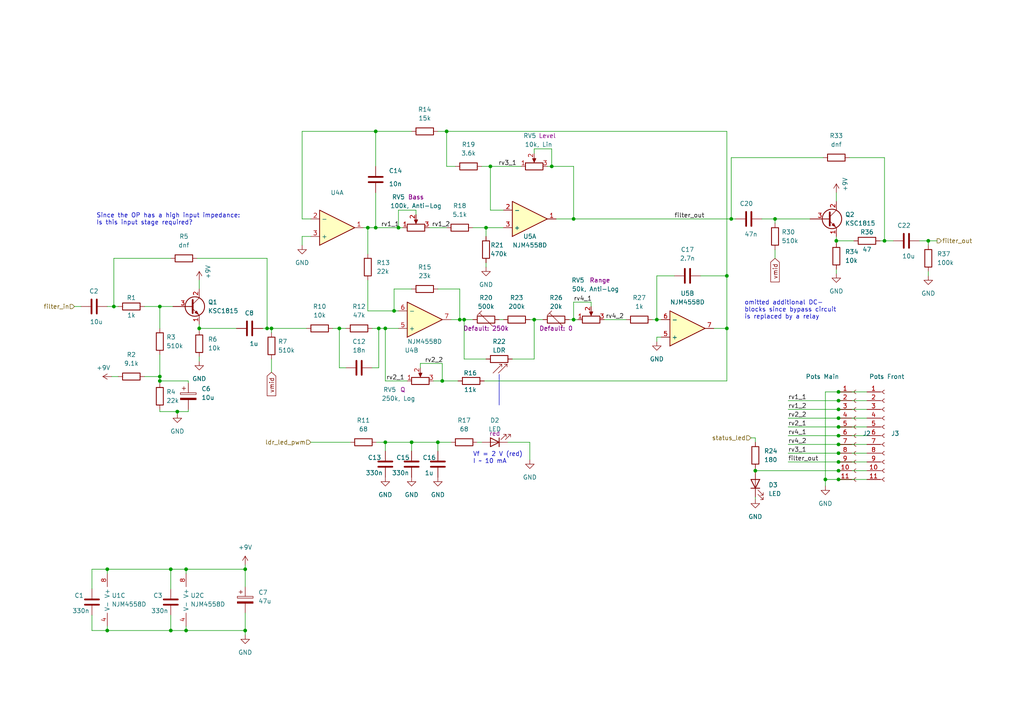
<source format=kicad_sch>
(kicad_sch (version 20230121) (generator eeschema)
  (paper "A4")
  (lib_symbols
    (symbol "Connector:Conn_01x11_Socket" (pin_names (offset 1.016) hide)
      (property "Reference" "J" (at 0 15.24 0))
      (property "Value" "Conn_01x11_Socket" (at 0 -15.24 0))
      (symbol "Conn_01x11_Socket_1_1"
        (arc (start 0 -12.192) (mid -0.5058 -12.7) (end 0 -13.208) (stroke (width 0.1524)))
        (arc (start 0 -9.652) (mid -0.5058 -10.16) (end 0 -10.668) (stroke (width 0.1524)))
        (arc (start 0 -7.112) (mid -0.5058 -7.62) (end 0 -8.128) (stroke (width 0.1524)))
        (arc (start 0 -4.572) (mid -0.5058 -5.08) (end 0 -5.588) (stroke (width 0.1524)))
        (arc (start 0 -2.032) (mid -0.5058 -2.54) (end 0 -3.048) (stroke (width 0.1524)))
        (polyline (pts (xy -1.27 -12.7) (xy -0.508 -12.7)) (stroke (width 0.1524)))
        (polyline (pts (xy -1.27 -10.16) (xy -0.508 -10.16)) (stroke (width 0.1524)))
        (polyline (pts (xy -1.27 -7.62) (xy -0.508 -7.62)) (stroke (width 0.1524)))
        (polyline (pts (xy -1.27 -5.08) (xy -0.508 -5.08)) (stroke (width 0.1524)))
        (polyline (pts (xy -1.27 -2.54) (xy -0.508 -2.54)) (stroke (width 0.1524)))
        (polyline (pts (xy -1.27 0) (xy -0.508 0)) (stroke (width 0.1524)))
        (polyline (pts (xy -1.27 2.54) (xy -0.508 2.54)) (stroke (width 0.1524)))
        (polyline (pts (xy -1.27 5.08) (xy -0.508 5.08)) (stroke (width 0.1524)))
        (polyline (pts (xy -1.27 7.62) (xy -0.508 7.62)) (stroke (width 0.1524)))
        (polyline (pts (xy -1.27 10.16) (xy -0.508 10.16)) (stroke (width 0.1524)))
        (polyline (pts (xy -1.27 12.7) (xy -0.508 12.7)) (stroke (width 0.1524)))
        (arc (start 0 0.508) (mid -0.5058 0) (end 0 -0.508) (stroke (width 0.1524)))
        (arc (start 0 3.048) (mid -0.5058 2.54) (end 0 2.032) (stroke (width 0.1524)))
        (arc (start 0 5.588) (mid -0.5058 5.08) (end 0 4.572) (stroke (width 0.1524)))
        (arc (start 0 8.128) (mid -0.5058 7.62) (end 0 7.112) (stroke (width 0.1524)))
        (arc (start 0 10.668) (mid -0.5058 10.16) (end 0 9.652) (stroke (width 0.1524)))
        (arc (start 0 13.208) (mid -0.5058 12.7) (end 0 12.192) (stroke (width 0.1524)))
        (pin passive line (at -5.08 12.7 0) (length 3.81) (name "Pin_1") (number "1"))
        (pin passive line (at -5.08 -10.16 0) (length 3.81) (name "Pin_10") (number "10"))
        (pin passive line (at -5.08 -12.7 0) (length 3.81) (name "Pin_11") (number "11"))
        (pin passive line (at -5.08 10.16 0) (length 3.81) (name "Pin_2") (number "2"))
        (pin passive line (at -5.08 7.62 0) (length 3.81) (name "Pin_3") (number "3"))
        (pin passive line (at -5.08 5.08 0) (length 3.81) (name "Pin_4") (number "4"))
        (pin passive line (at -5.08 2.54 0) (length 3.81) (name "Pin_5") (number "5"))
        (pin passive line (at -5.08 0 0) (length 3.81) (name "Pin_6") (number "6"))
        (pin passive line (at -5.08 -2.54 0) (length 3.81) (name "Pin_7") (number "7"))
        (pin passive line (at -5.08 -5.08 0) (length 3.81) (name "Pin_8") (number "8"))
        (pin passive line (at -5.08 -7.62 0) (length 3.81) (name "Pin_9") (number "9"))
      )
    )
    (symbol "Device:C" (pin_numbers hide) (pin_names (offset 0.254))
      (property "Reference" "C" (at 0.635 2.54 0))
      (property "Value" "C" (at 0.635 -2.54 0))
      (symbol "C_0_1"
        (polyline (pts (xy -2.032 -0.762) (xy 2.032 -0.762)) (stroke (width 0.508)))
        (polyline (pts (xy -2.032 0.762) (xy 2.032 0.762)) (stroke (width 0.508)))
      )
      (symbol "C_1_1"
        (pin passive line (at 0 3.81 270) (length 2.794) (name "~") (number "1"))
        (pin passive line (at 0 -3.81 90) (length 2.794) (name "~") (number "2"))
      )
    )
    (symbol "Device:C_Polarized" (pin_numbers hide) (pin_names (offset 0.254))
      (property "Reference" "C" (at 0.635 2.54 0))
      (property "Value" "C_Polarized" (at 0.635 -2.54 0))
      (symbol "C_Polarized_0_1"
        (rectangle (start -2.286 0.508) (end 2.286 1.016))
        (polyline (pts (xy -1.778 2.286) (xy -0.762 2.286)))
        (polyline (pts (xy -1.27 2.794) (xy -1.27 1.778)))
        (rectangle (start 2.286 -0.508) (end -2.286 -1.016) (fill (type outline)))
      )
      (symbol "C_Polarized_1_1"
        (pin passive line (at 0 3.81 270) (length 2.794) (name "~") (number "1"))
        (pin passive line (at 0 -3.81 90) (length 2.794) (name "~") (number "2"))
      )
    )
    (symbol "Device:LED" (pin_numbers hide) (pin_names (offset 1.016) hide)
      (property "Reference" "D" (at 0 2.54 0))
      (property "Value" "LED" (at 0 -2.54 0))
      (symbol "LED_0_1"
        (polyline (pts (xy -1.27 -1.27) (xy -1.27 1.27)) (stroke (width 0.254)))
        (polyline (pts (xy -1.27 0) (xy 1.27 0)))
        (polyline (pts (xy 1.27 -1.27) (xy 1.27 1.27) (xy -1.27 0) (xy 1.27 -1.27)) (stroke (width 0.254)))
        (polyline (pts (xy -3.048 -0.762) (xy -4.572 -2.286) (xy -3.81 -2.286) (xy -4.572 -2.286) (xy -4.572 -1.524)))
        (polyline (pts (xy -1.778 -0.762) (xy -3.302 -2.286) (xy -2.54 -2.286) (xy -3.302 -2.286) (xy -3.302 -1.524)))
      )
      (symbol "LED_1_1"
        (pin passive line (at -3.81 0 0) (length 2.54) (name "K") (number "1"))
        (pin passive line (at 3.81 0 180) (length 2.54) (name "A") (number "2"))
      )
    )
    (symbol "Device:Opamp_Dual"
      (property "Reference" "U" (at 0 5.08 0))
      (property "Value" "Opamp_Dual" (at 0 -5.08 0))
      (symbol "Opamp_Dual_1_1"
        (polyline (pts (xy -5.08 5.08) (xy 5.08 0) (xy -5.08 -5.08) (xy -5.08 5.08)) (stroke (width 0.254)) (fill (type background)))
        (pin output line (at 7.62 0 180) (length 2.54) (name "~") (number "1"))
        (pin input line (at -7.62 -2.54 0) (length 2.54) (name "-") (number "2"))
        (pin input line (at -7.62 2.54 0) (length 2.54) (name "+") (number "3"))
      )
      (symbol "Opamp_Dual_2_1"
        (polyline (pts (xy -5.08 5.08) (xy 5.08 0) (xy -5.08 -5.08) (xy -5.08 5.08)) (stroke (width 0.254)) (fill (type background)))
        (pin input line (at -7.62 2.54 0) (length 2.54) (name "+") (number "5"))
        (pin input line (at -7.62 -2.54 0) (length 2.54) (name "-") (number "6"))
        (pin output line (at 7.62 0 180) (length 2.54) (name "~") (number "7"))
      )
      (symbol "Opamp_Dual_3_1"
        (pin power_in line (at -2.54 -7.62 90) (length 3.81) (name "V-") (number "4"))
        (pin power_in line (at -2.54 7.62 270) (length 3.81) (name "V+") (number "8"))
      )
    )
    (symbol "Device:Q_NPN_ECB" (pin_names (offset 0) hide)
      (property "Reference" "Q" (at 5.08 1.27 0))
      (property "Value" "Q_NPN_ECB" (at 5.08 -1.27 0))
      (symbol "Q_NPN_ECB_0_1"
        (polyline (pts (xy 0.635 0.635) (xy 2.54 2.54)))
        (polyline (pts (xy 0.635 -0.635) (xy 2.54 -2.54) (xy 2.54 -2.54)))
        (polyline (pts (xy 0.635 1.905) (xy 0.635 -1.905) (xy 0.635 -1.905)) (stroke (width 0.508)))
        (polyline (pts (xy 1.27 -1.778) (xy 1.778 -1.27) (xy 2.286 -2.286) (xy 1.27 -1.778) (xy 1.27 -1.778)) (fill (type outline)))
        (circle (center 1.27 0) (radius 2.8194) (stroke (width 0.254)))
      )
      (symbol "Q_NPN_ECB_1_1"
        (pin passive line (at 2.54 -5.08 90) (length 2.54) (name "E") (number "1"))
        (pin passive line (at 2.54 5.08 270) (length 2.54) (name "C") (number "2"))
        (pin passive line (at -5.08 0 0) (length 5.715) (name "B") (number "3"))
      )
    )
    (symbol "Device:R" (pin_numbers hide) (pin_names (offset 0))
      (property "Reference" "R" (at 2.032 0 90))
      (property "Value" "R" (at 0 0 90))
      (symbol "R_0_1"
        (rectangle (start -1.016 -2.54) (end 1.016 2.54) (stroke (width 0.254)))
      )
      (symbol "R_1_1"
        (pin passive line (at 0 3.81 270) (length 1.27) (name "~") (number "1"))
        (pin passive line (at 0 -3.81 90) (length 1.27) (name "~") (number "2"))
      )
    )
    (symbol "Device:R_Photo" (pin_numbers hide) (pin_names (offset 0))
      (property "Reference" "R" (at 1.27 1.27 0))
      (property "Value" "R_Photo" (at 1.27 0 0))
      (symbol "R_Photo_0_1"
        (rectangle (start -1.016 2.54) (end 1.016 -2.54) (stroke (width 0.254)))
        (polyline (pts (xy -1.524 -2.286) (xy -4.064 0.254)))
        (polyline (pts (xy -1.524 -2.286) (xy -2.286 -2.286)))
        (polyline (pts (xy -1.524 -2.286) (xy -1.524 -1.524)))
        (polyline (pts (xy -1.524 -0.762) (xy -4.064 1.778)))
        (polyline (pts (xy -1.524 -0.762) (xy -2.286 -0.762)))
        (polyline (pts (xy -1.524 -0.762) (xy -1.524 0)))
      )
      (symbol "R_Photo_1_1"
        (pin passive line (at 0 3.81 270) (length 1.27) (name "~") (number "1"))
        (pin passive line (at 0 -3.81 90) (length 1.27) (name "~") (number "2"))
      )
    )
    (symbol "Device:R_Potentiometer" (pin_names (offset 1.016) hide)
      (property "Reference" "RV" (at -4.445 0 90))
      (property "Value" "R_Potentiometer" (at -2.54 0 90))
      (symbol "R_Potentiometer_0_1"
        (polyline (pts (xy 2.54 0) (xy 1.524 0)))
        (polyline (pts (xy 1.143 0) (xy 2.286 0.508) (xy 2.286 -0.508) (xy 1.143 0)) (fill (type outline)))
        (rectangle (start 1.016 2.54) (end -1.016 -2.54) (stroke (width 0.254)))
      )
      (symbol "R_Potentiometer_1_1"
        (pin passive line (at 0 3.81 270) (length 1.27) (name "1") (number "1"))
        (pin passive line (at 3.81 0 180) (length 1.27) (name "2") (number "2"))
        (pin passive line (at 0 -3.81 90) (length 1.27) (name "3") (number "3"))
      )
    )
    (symbol "Device:R_Trim" (pin_numbers hide) (pin_names (offset 0))
      (property "Reference" "R" (at 2.54 -2.54 90))
      (property "Value" "R_Trim" (at -2.54 -0.635 90))
      (symbol "R_Trim_0_1"
        (rectangle (start -1.016 -2.54) (end 1.016 2.54) (stroke (width 0.254)))
        (polyline (pts (xy -1.905 -1.905) (xy 1.905 1.905) (xy 2.54 1.27) (xy 1.27 2.54)))
      )
      (symbol "R_Trim_1_1"
        (pin passive line (at 0 3.81 270) (length 1.27) (name "~") (number "1"))
        (pin passive line (at 0 -3.81 90) (length 1.27) (name "~") (number "2"))
      )
    )
    (symbol "power:+9V" (power) (pin_names (offset 0))
      (property "Value" "+9V" (at 0 3.556 0))
      (symbol "+9V_0_1"
        (polyline (pts (xy -0.762 1.27) (xy 0 2.54)))
        (polyline (pts (xy 0 0) (xy 0 2.54)))
        (polyline (pts (xy 0 2.54) (xy 0.762 1.27)))
      )
      (symbol "+9V_1_1"
        (pin power_in line (at 0 0 90) (length 0) hide (name "+9V") (number "1"))
      )
    )
    (symbol "power:GND" (power) (pin_names (offset 0))
      (property "Value" "GND" (at 0 -3.81 0))
      (symbol "GND_0_1"
        (polyline (pts (xy 0 0) (xy 0 -1.27) (xy 1.27 -1.27) (xy 0 -2.54) (xy -1.27 -1.27) (xy 0 -1.27)))
      )
      (symbol "GND_1_1"
        (pin power_in line (at 0 0 270) (length 0) hide (name "GND") (number "1"))
      )
    )
  )
  (junction (at 133.35 92.71))
  (junction (at 33.02 88.9))
  (junction (at 212.09 63.5))
  (junction (at 114.3 90.17))
  (junction (at 128.27 110.49))
  (junction (at 243.205 123.825))
  (junction (at 57.785 95.25))
  (junction (at 243.205 133.985))
  (junction (at 269.24 69.85))
  (junction (at 166.37 63.5))
  (junction (at 31.115 165.1))
  (junction (at 243.205 136.525))
  (junction (at 243.205 113.665))
  (junction (at 111.76 95.25))
  (junction (at 51.435 119.38))
  (junction (at 134.62 92.71))
  (junction (at 129.54 38.1))
  (junction (at 46.355 109.22))
  (junction (at 210.82 80.01))
  (junction (at 256.54 69.85))
  (junction (at 242.57 69.85))
  (junction (at 78.74 95.25))
  (junction (at 166.37 92.71))
  (junction (at 115.57 66.04))
  (junction (at 111.76 128.27))
  (junction (at 119.38 128.27))
  (junction (at 53.975 182.88))
  (junction (at 49.53 165.1))
  (junction (at 108.966 38.1))
  (junction (at 219.075 136.525))
  (junction (at 243.205 126.365))
  (junction (at 127 128.27))
  (junction (at 46.355 110.49))
  (junction (at 140.97 66.04))
  (junction (at 243.205 116.205))
  (junction (at 154.94 92.71))
  (junction (at 239.395 139.065))
  (junction (at 46.355 88.9))
  (junction (at 71.12 165.1))
  (junction (at 243.205 139.065))
  (junction (at 71.12 182.88))
  (junction (at 142.24 48.26))
  (junction (at 243.205 128.905))
  (junction (at 31.115 182.88))
  (junction (at 108.966 66.04))
  (junction (at 49.53 182.88))
  (junction (at 243.205 121.285))
  (junction (at 190.5 92.71))
  (junction (at 77.47 95.25))
  (junction (at 109.855 95.25))
  (junction (at 106.68 66.04))
  (junction (at 243.205 118.745))
  (junction (at 243.205 131.445))
  (junction (at 210.82 95.25))
  (junction (at 160.02 48.26))
  (junction (at 98.425 95.25))
  (junction (at 53.975 165.1))
  (junction (at 224.79 63.5))
  (wire (pts (xy 76.2 95.25) (xy 77.47 95.25)))
  (wire (pts (xy 53.975 181.61) (xy 53.975 182.88)))
  (wire (pts (xy 166.37 48.26) (xy 166.37 63.5)))
  (wire (pts (xy 49.53 74.93) (xy 33.02 74.93)))
  (wire (pts (xy 21.59 88.9) (xy 23.495 88.9)))
  (wire (pts (xy 242.57 69.85) (xy 242.57 68.58)))
  (wire (pts (xy 51.435 119.38) (xy 51.435 120.015)))
  (wire (pts (xy 242.57 79.375) (xy 242.57 78.105)))
  (wire (pts (xy 108.966 38.1) (xy 108.966 48.26)))
  (wire (pts (xy 26.67 182.88) (xy 26.67 178.435)))
  (wire (pts (xy 160.02 48.26) (xy 166.37 48.26)))
  (wire (pts (xy 127 128.27) (xy 130.81 128.27)))
  (wire (pts (xy 49.53 182.88) (xy 53.975 182.88)))
  (wire (pts (xy 137.16 66.04) (xy 140.97 66.04)))
  (wire (pts (xy 228.6 123.825) (xy 243.205 123.825)))
  (wire (pts (xy 242.57 70.485) (xy 242.57 69.85)))
  (wire (pts (xy 96.52 95.25) (xy 98.425 95.25)))
  (wire (pts (xy 140.462 110.49) (xy 210.82 110.49)))
  (wire (pts (xy 217.805 127) (xy 219.075 127)))
  (wire (pts (xy 144.78 92.71) (xy 146.05 92.71)))
  (wire (pts (xy 57.785 104.775) (xy 57.785 103.505)))
  (wire (pts (xy 146.05 60.96) (xy 142.24 60.96)))
  (wire (pts (xy 134.62 104.14) (xy 140.97 104.14)))
  (wire (pts (xy 212.09 45.72) (xy 212.09 63.5)))
  (wire (pts (xy 140.97 66.04) (xy 140.97 68.58)))
  (wire (pts (xy 242.57 55.88) (xy 242.57 58.42)))
  (wire (pts (xy 111.76 95.25) (xy 111.76 110.49)))
  (wire (pts (xy 134.62 92.71) (xy 134.62 104.14)))
  (wire (pts (xy 251.46 133.985) (xy 243.205 133.985)))
  (wire (pts (xy 142.24 60.96) (xy 142.24 48.26)))
  (wire (pts (xy 224.79 63.5) (xy 234.95 63.5)))
  (wire (pts (xy 111.76 95.25) (xy 115.57 95.25)))
  (wire (pts (xy 71.12 182.88) (xy 71.12 177.8)))
  (wire (pts (xy 98.425 95.25) (xy 98.425 106.68)))
  (wire (pts (xy 259.08 69.85) (xy 256.54 69.85)))
  (wire (pts (xy 147.32 128.27) (xy 153.67 128.27)))
  (wire (pts (xy 243.205 139.065) (xy 251.46 139.065)))
  (wire (pts (xy 239.395 113.665) (xy 239.395 139.065)))
  (wire (pts (xy 46.355 110.49) (xy 54.61 110.49)))
  (wire (pts (xy 153.67 128.27) (xy 153.67 133.35)))
  (wire (pts (xy 121.92 105.41) (xy 121.92 106.68)))
  (wire (pts (xy 190.5 99.06) (xy 190.5 97.79)))
  (wire (pts (xy 57.785 95.25) (xy 68.58 95.25)))
  (wire (pts (xy 219.075 136.525) (xy 243.205 136.525)))
  (wire (pts (xy 251.46 128.905) (xy 243.205 128.905)))
  (wire (pts (xy 108.966 66.04) (xy 115.57 66.04)))
  (wire (pts (xy 31.115 182.88) (xy 26.67 182.88)))
  (wire (pts (xy 124.46 66.04) (xy 129.54 66.04)))
  (wire (pts (xy 251.46 118.745) (xy 243.205 118.745)))
  (wire (pts (xy 154.94 104.14) (xy 154.94 92.71)))
  (wire (pts (xy 239.395 139.065) (xy 239.395 140.97)))
  (wire (pts (xy 189.23 92.71) (xy 190.5 92.71)))
  (wire (pts (xy 228.6 116.205) (xy 243.205 116.205)))
  (wire (pts (xy 251.46 121.285) (xy 243.205 121.285)))
  (wire (pts (xy 142.24 48.26) (xy 151.13 48.26)))
  (wire (pts (xy 119.38 128.27) (xy 119.38 130.81)))
  (wire (pts (xy 57.785 95.25) (xy 57.785 93.98)))
  (wire (pts (xy 51.435 119.38) (xy 54.61 119.38)))
  (wire (pts (xy 87.63 38.1) (xy 108.966 38.1)))
  (wire (pts (xy 26.67 165.1) (xy 31.115 165.1)))
  (wire (pts (xy 269.24 69.85) (xy 269.24 71.12)))
  (wire (pts (xy 129.54 48.26) (xy 129.54 38.1)))
  (wire (pts (xy 154.94 92.71) (xy 157.48 92.71)))
  (wire (pts (xy 57.785 95.885) (xy 57.785 95.25)))
  (polyline (pts (xy 144.78 108.585) (xy 144.78 117.475)))
  (wire (pts (xy 138.43 128.27) (xy 139.7 128.27)))
  (wire (pts (xy 106.68 66.04) (xy 108.966 66.04)))
  (wire (pts (xy 71.12 163.83) (xy 71.12 165.1)))
  (wire (pts (xy 114.3 90.17) (xy 115.57 90.17)))
  (wire (pts (xy 90.17 128.27) (xy 101.6 128.27)))
  (wire (pts (xy 87.63 68.58) (xy 90.17 68.58)))
  (wire (pts (xy 171.45 88.9) (xy 171.45 87.63)))
  (wire (pts (xy 242.57 69.85) (xy 247.65 69.85)))
  (wire (pts (xy 251.46 123.825) (xy 243.205 123.825)))
  (wire (pts (xy 210.82 80.01) (xy 210.82 38.1)))
  (wire (pts (xy 210.82 95.25) (xy 210.82 80.01)))
  (wire (pts (xy 246.38 45.72) (xy 256.54 45.72)))
  (wire (pts (xy 31.115 165.1) (xy 31.115 166.37)))
  (wire (pts (xy 119.38 83.82) (xy 114.3 83.82)))
  (wire (pts (xy 108.966 38.1) (xy 119.38 38.1)))
  (wire (pts (xy 238.76 45.72) (xy 212.09 45.72)))
  (wire (pts (xy 53.975 166.37) (xy 53.975 165.1)))
  (wire (pts (xy 190.5 80.01) (xy 195.58 80.01)))
  (wire (pts (xy 140.97 76.2) (xy 140.97 77.47)))
  (wire (pts (xy 46.355 118.745) (xy 46.355 119.38)))
  (wire (pts (xy 129.54 38.1) (xy 210.82 38.1)))
  (wire (pts (xy 228.6 128.905) (xy 243.205 128.905)))
  (wire (pts (xy 228.6 131.445) (xy 243.205 131.445)))
  (wire (pts (xy 54.61 118.745) (xy 54.61 119.38)))
  (wire (pts (xy 87.63 71.12) (xy 87.63 68.58)))
  (wire (pts (xy 190.5 92.71) (xy 190.5 80.01)))
  (wire (pts (xy 108.966 55.88) (xy 108.966 66.04)))
  (wire (pts (xy 106.68 81.28) (xy 106.68 90.17)))
  (wire (pts (xy 212.09 63.5) (xy 213.36 63.5)))
  (wire (pts (xy 228.6 121.285) (xy 243.205 121.285)))
  (wire (pts (xy 53.975 165.1) (xy 71.12 165.1)))
  (wire (pts (xy 239.395 139.065) (xy 243.205 139.065)))
  (wire (pts (xy 115.57 60.96) (xy 120.65 60.96)))
  (wire (pts (xy 106.68 90.17) (xy 114.3 90.17)))
  (wire (pts (xy 46.355 95.25) (xy 46.355 88.9)))
  (wire (pts (xy 239.395 113.665) (xy 243.205 113.665)))
  (wire (pts (xy 49.53 165.1) (xy 31.115 165.1)))
  (wire (pts (xy 26.67 165.1) (xy 26.67 170.815)))
  (wire (pts (xy 251.46 126.365) (xy 243.205 126.365)))
  (wire (pts (xy 31.115 182.88) (xy 49.53 182.88)))
  (wire (pts (xy 57.785 81.28) (xy 57.785 83.82)))
  (wire (pts (xy 120.65 60.96) (xy 120.65 62.23)))
  (wire (pts (xy 71.12 182.88) (xy 71.12 184.15)))
  (wire (pts (xy 78.74 95.25) (xy 78.74 96.52)))
  (wire (pts (xy 34.29 88.9) (xy 33.02 88.9)))
  (wire (pts (xy 49.53 165.1) (xy 49.53 170.815)))
  (wire (pts (xy 158.75 48.26) (xy 160.02 48.26)))
  (wire (pts (xy 166.37 87.63) (xy 166.37 92.71)))
  (wire (pts (xy 148.59 104.14) (xy 154.94 104.14)))
  (wire (pts (xy 127 38.1) (xy 129.54 38.1)))
  (wire (pts (xy 224.79 74.93) (xy 224.79 72.39)))
  (wire (pts (xy 78.74 95.25) (xy 88.9 95.25)))
  (wire (pts (xy 119.38 128.27) (xy 127 128.27)))
  (wire (pts (xy 115.57 66.04) (xy 116.84 66.04)))
  (wire (pts (xy 98.425 106.68) (xy 100.33 106.68)))
  (wire (pts (xy 46.355 102.87) (xy 46.355 109.22)))
  (wire (pts (xy 77.47 95.25) (xy 78.74 95.25)))
  (wire (pts (xy 33.02 88.9) (xy 31.115 88.9)))
  (wire (pts (xy 46.355 109.22) (xy 46.355 110.49)))
  (wire (pts (xy 133.35 92.71) (xy 134.62 92.71)))
  (wire (pts (xy 109.855 95.25) (xy 111.76 95.25)))
  (wire (pts (xy 203.2 80.01) (xy 210.82 80.01)))
  (wire (pts (xy 107.95 106.68) (xy 109.855 106.68)))
  (wire (pts (xy 115.57 66.04) (xy 115.57 60.96)))
  (wire (pts (xy 46.355 88.9) (xy 41.91 88.9)))
  (wire (pts (xy 46.355 88.9) (xy 50.165 88.9)))
  (wire (pts (xy 243.205 136.525) (xy 251.46 136.525)))
  (wire (pts (xy 33.02 74.93) (xy 33.02 88.9)))
  (wire (pts (xy 266.7 69.85) (xy 269.24 69.85)))
  (wire (pts (xy 228.6 133.985) (xy 243.205 133.985)))
  (wire (pts (xy 219.075 128.27) (xy 219.075 127)))
  (wire (pts (xy 133.35 83.82) (xy 133.35 92.71)))
  (wire (pts (xy 130.81 92.71) (xy 133.35 92.71)))
  (wire (pts (xy 121.92 105.41) (xy 128.27 105.41)))
  (wire (pts (xy 161.29 63.5) (xy 166.37 63.5)))
  (wire (pts (xy 191.77 92.71) (xy 190.5 92.71)))
  (wire (pts (xy 77.47 74.93) (xy 77.47 95.25)))
  (wire (pts (xy 57.15 74.93) (xy 77.47 74.93)))
  (wire (pts (xy 154.94 43.18) (xy 160.02 43.18)))
  (wire (pts (xy 71.12 165.1) (xy 71.12 170.18)))
  (wire (pts (xy 53.975 182.88) (xy 71.12 182.88)))
  (wire (pts (xy 87.63 63.5) (xy 90.17 63.5)))
  (wire (pts (xy 165.1 92.71) (xy 166.37 92.71)))
  (wire (pts (xy 132.08 48.26) (xy 129.54 48.26)))
  (wire (pts (xy 31.115 181.61) (xy 31.115 182.88)))
  (wire (pts (xy 228.6 126.365) (xy 243.205 126.365)))
  (wire (pts (xy 98.425 95.25) (xy 100.33 95.25)))
  (wire (pts (xy 154.94 44.45) (xy 154.94 43.18)))
  (wire (pts (xy 256.54 45.72) (xy 256.54 69.85)))
  (wire (pts (xy 219.075 136.525) (xy 219.075 135.89)))
  (wire (pts (xy 190.5 97.79) (xy 191.77 97.79)))
  (wire (pts (xy 256.54 69.85) (xy 255.27 69.85)))
  (wire (pts (xy 224.79 64.77) (xy 224.79 63.5)))
  (wire (pts (xy 139.7 48.26) (xy 142.24 48.26)))
  (wire (pts (xy 219.075 144.78) (xy 219.075 144.145)))
  (wire (pts (xy 111.76 110.49) (xy 118.11 110.49)))
  (wire (pts (xy 127 83.82) (xy 133.35 83.82)))
  (wire (pts (xy 41.91 109.22) (xy 46.355 109.22)))
  (wire (pts (xy 53.975 165.1) (xy 49.53 165.1)))
  (wire (pts (xy 134.62 92.71) (xy 137.16 92.71)))
  (wire (pts (xy 49.53 178.435) (xy 49.53 182.88)))
  (wire (pts (xy 251.46 131.445) (xy 243.205 131.445)))
  (wire (pts (xy 251.46 113.665) (xy 243.205 113.665)))
  (wire (pts (xy 166.37 63.5) (xy 212.09 63.5)))
  (wire (pts (xy 220.98 63.5) (xy 224.79 63.5)))
  (wire (pts (xy 34.29 109.22) (xy 32.385 109.22)))
  (wire (pts (xy 54.61 111.125) (xy 54.61 110.49)))
  (wire (pts (xy 269.24 78.74) (xy 269.24 80.01)))
  (wire (pts (xy 207.01 95.25) (xy 210.82 95.25)))
  (wire (pts (xy 111.76 128.27) (xy 111.76 130.81)))
  (wire (pts (xy 125.73 110.49) (xy 128.27 110.49)))
  (wire (pts (xy 140.97 66.04) (xy 146.05 66.04)))
  (wire (pts (xy 153.67 92.71) (xy 154.94 92.71)))
  (wire (pts (xy 127 128.27) (xy 127 130.81)))
  (wire (pts (xy 87.63 63.5) (xy 87.63 38.1)))
  (wire (pts (xy 128.27 110.49) (xy 132.842 110.49)))
  (wire (pts (xy 109.22 128.27) (xy 111.76 128.27)))
  (wire (pts (xy 114.3 83.82) (xy 114.3 90.17)))
  (wire (pts (xy 46.355 110.49) (xy 46.355 111.125)))
  (wire (pts (xy 105.41 66.04) (xy 106.68 66.04)))
  (wire (pts (xy 111.76 128.27) (xy 119.38 128.27)))
  (wire (pts (xy 175.26 92.71) (xy 181.61 92.71)))
  (wire (pts (xy 171.45 87.63) (xy 166.37 87.63)))
  (wire (pts (xy 228.6 118.745) (xy 243.205 118.745)))
  (wire (pts (xy 160.02 43.18) (xy 160.02 48.26)))
  (wire (pts (xy 251.46 116.205) (xy 243.205 116.205)))
  (wire (pts (xy 109.855 95.25) (xy 109.855 106.68)))
  (wire (pts (xy 166.37 92.71) (xy 167.64 92.71)))
  (wire (pts (xy 269.24 69.85) (xy 271.78 69.85)))
  (wire (pts (xy 78.74 104.14) (xy 78.74 107.95)))
  (wire (pts (xy 128.27 105.41) (xy 128.27 110.49)))
  (wire (pts (xy 210.82 110.49) (xy 210.82 95.25)))
  (wire (pts (xy 106.68 66.04) (xy 106.68 73.66)))
  (wire (pts (xy 46.355 119.38) (xy 51.435 119.38)))
  (wire (pts (xy 107.95 95.25) (xy 109.855 95.25)))
  (text "omitted additional DC-\nblocks since bypass circuit\nis replaced by a relay" (at 215.9 92.71 0) (effects (font (size 1.27 1.27)) (justify left bottom)))
  (text "Vf = 2 V (red)\nI ~ 10 mA" (at 137.16 134.62 0) (effects (font (size 1.27 1.27)) (justify left bottom)))
  (text "Since the OP has a high input impedance:\nIs this input stage required?" (at 27.94 65.405 0) (effects (font (size 1.27 1.27)) (justify left bottom)))
  (label "rv3_1" (at 228.6 131.445 0))
  (label "rv3_1" (at 144.526 48.26 0))
  (label "filter_out" (at 195.58 63.5 0))
  (label "rv4_1" (at 166.37 87.63 0))
  (label "rv1_1" (at 228.6 116.205 0))
  (label "rv1_2" (at 125.222 66.04 0))
  (label "rv2_2" (at 123.19 105.41 0))
  (label "rv4_2" (at 228.6 128.905 0))
  (label "rv2_1" (at 112.014 110.49 0))
  (label "rv2_1" (at 228.6 123.825 0))
  (label "rv4_1" (at 228.6 126.365 0))
  (label "rv1_2" (at 228.6 118.745 0))
  (label "rv4_2" (at 175.641 92.71 0))
  (label "filter_out" (at 228.6 133.985 0))
  (label "rv1_1" (at 110.49 66.04 0))
  (label "rv2_2" (at 228.6 121.285 0))
  (global_label "vmid" (shape input) (at 78.74 107.95 270) (property "Intersheetrefs" "${INTERSHEET_REFS}" (effects hide)))
  (global_label "vmid" (shape input) (at 224.79 74.93 270) (property "Intersheetrefs" "${INTERSHEET_REFS}" (effects hide)))
  (hierarchical_label "filter_in" (shape input) (at 21.59 88.9 180))
  (hierarchical_label "filter_out" (shape output) (at 271.78 69.85 0))
  (hierarchical_label "status_led" (shape input) (at 217.805 127 180))
  (hierarchical_label "ldr_led_pwm" (shape input) (at 90.17 128.27 180))
  (symbol (lib_id "Device:C") (at 72.39 95.25 90) (unit 1)
    (property "Reference" "C8" (at 73.66 90.805 90) (effects (justify left)))
    (property "Value" "1u" (at 74.93 99.695 90) (effects (justify left)))
    (property "Footprint" "Capacitor_THT:C_Rect_L4.6mm_W5.5mm_P2.50mm_MKS02_FKP02" (effects hide))
    (property "Supplier Link" "https://www.mouser.de/ProductDetail/WIMA/MKS02-1-50-10?qs=olJun0bQHM94q8okHP6KHQ%3D%3D" (effects hide))
    (property "Supplier" "Mouser" (effects hide))
  )
  (symbol (lib_id "Device:R") (at 269.24 74.93 180) (unit 1)
    (property "Reference" "R37" (at 271.78 73.6599 0) (effects (justify right)))
    (property "Value" "100k" (at 271.78 76.1999 0) (effects (justify right)))
    (property "Footprint" "Resistor_SMD:R_0805_2012Metric_Pad1.20x1.40mm_HandSolder" (effects hide))
  )
  (symbol (lib_id "Device:C_Polarized") (at 71.12 173.99 0) (unit 1)
    (property "Reference" "C7" (at 74.93 171.8309 0) (effects (justify left)))
    (property "Value" "47u" (at 74.93 174.3709 0) (effects (justify left)))
    (property "Footprint" "Capacitor_SMD:C_1206_3216Metric_Pad1.33x1.80mm_HandSolder" (effects hide))
  )
  (symbol (lib_id "power:+9V") (at 57.785 81.28 0) (unit 1)
    (property "Reference" "#PWR0129" (effects hide))
    (property "Value" "+9V" (at 60.325 76.835 90) (effects (justify right)))
    (instances (project "umidi-wah" (path "" (reference "#PWR0129") (unit 1)) (path "" (reference "#PWR05") (unit 1))))
  )
  (symbol (lib_id "power:+9V") (at 71.12 163.83 0) (unit 1)
    (property "Reference" "#PWR0118" (effects hide))
    (property "Value" "+9V" (at 71.12 158.75 0))
    (instances (project "umidi-wah" (path "" (reference "#PWR0118") (unit 1)) (path "" (reference "#PWR017") (unit 1))))
  )
  (symbol (lib_id "Device:R") (at 46.355 99.06 180) (unit 1)
    (property "Reference" "R3" (at 48.26 97.7899 0) (effects (justify right)))
    (property "Value" "510k" (at 48.26 100.3299 0) (effects (justify right)))
    (property "Footprint" "Resistor_SMD:R_0805_2012Metric_Pad1.20x1.40mm_HandSolder" (effects hide))
  )
  (symbol (lib_id "power:GND") (at 242.57 79.375 0) (unit 1)
    (property "Reference" "#PWR0109" (effects hide))
    (property "Value" "GND" (at 242.57 84.455 0))
    (instances (project "umidi-wah" (path "" (reference "#PWR0109") (unit 1)) (path "" (reference "#PWR015") (unit 1))))
  )
  (symbol (lib_id "Device:R_Trim") (at 161.29 92.71 90) (unit 1)
    (property "Reference" "R26" (at 161.29 86.36 90))
    (property "Value" "20k" (at 161.29 88.9 90))
    (property "Footprint" "Potentiometer_THT:Potentiometer_Piher_PT-10-V10_Vertical_Hole" (effects hide))
    (property "Datasheet" "https://www.mouser.de/datasheet/2/18/1/PIHER_PT_10_PTC_10-3105231.pdf" (effects hide))
    (property "Default" "0" (at 161.29 95.25 90) (show_name))
    (property "Manufacturer" "Piher" (effects hide))
    (property "Manufacturer Part Number" "PT10LV10-203A2020" (effects hide))
    (property "Supplier Link" "https://www.mouser.de/ProductDetail/Amphenol-Piher/PT10LV10-203A2020-S?qs=pCZPOPZMYPjKPae7zL6LVA%3D%3D" (effects hide))
    (property "Supplier" "Mouser" (effects hide))
  )
  (symbol (lib_id "Device:C") (at 49.53 174.625 0) (unit 1)
    (property "Reference" "C3" (at 44.45 172.72 0) (effects (justify left)))
    (property "Value" "330n" (at 43.815 177.165 0) (effects (justify left)))
    (property "Footprint" "Capacitor_SMD:C_0805_2012Metric_Pad1.18x1.45mm_HandSolder" (effects hide))
  )
  (symbol (lib_id "Device:R") (at 136.652 110.49 90) (unit 1)
    (property "Reference" "R16" (at 136.398 108.204 90))
    (property "Value" "11k" (at 136.398 113.03 90))
    (property "Footprint" "Resistor_SMD:R_0805_2012Metric_Pad1.20x1.40mm_HandSolder" (effects hide))
  )
  (symbol (lib_id "Device:C") (at 27.305 88.9 90) (unit 1)
    (property "Reference" "C2" (at 28.575 84.455 90) (effects (justify left)))
    (property "Value" "10u" (at 29.845 93.345 90) (effects (justify left)))
    (property "Footprint" "Capacitor_THT:C_Rect_L7.2mm_W11.0mm_P5.00mm_FKS2_FKP2_MKS2_MKP2" (effects hide))
    (property "Datasheet" "https://www.mouser.de/datasheet/2/440/e_WIMA_MKS_2-1139871.pdf" (effects hide))
    (property "Supplier Link" "https://www.mouser.de/ProductDetail/WIMA/MKS2B051001N00JSSD?qs=sJjjjplDs9sVDxmbrDbs4Q%3D%3D" (effects hide))
    (property "Manufacturer" "WIMA" (effects hide))
    (property "Supplier" "Mouser" (effects hide))
  )
  (symbol (lib_id "Device:R") (at 104.14 95.25 90) (unit 1)
    (property "Reference" "R12" (at 104.14 88.9 90))
    (property "Value" "47k" (at 104.14 91.44 90))
    (property "Footprint" "Resistor_SMD:R_0805_2012Metric_Pad1.20x1.40mm_HandSolder" (effects hide))
    (instances (project "umidi-wah" (path "" (reference "R12") (unit 1)) (path "" (reference "R11") (unit 1))))
  )
  (symbol (lib_id "Device:C") (at 104.14 106.68 90) (unit 1)
    (property "Reference" "C12" (at 104.14 99.06 90))
    (property "Value" "18n" (at 104.14 101.6 90))
    (property "Footprint" "Capacitor_THT:C_Rect_L7.0mm_W3.5mm_P2.50mm_P5.00mm" (effects hide))
    (property "Datasheet" "https://www.mouser.de/ProductDetail/WIMA/MKS02-1-50-10?qs=olJun0bQHM94q8okHP6KHQ%3D%3D" (effects hide))
    (property "Supplier Link" "https://www.mouser.de/ProductDetail/KEMET/MMK5183J50J01L4BULK?qs=IKDMbYZLynA%252BvMsRrHXlyg%3D%3D" (effects hide))
    (property "Manufacturer" "Kemet" (effects hide))
    (property "Supplier" "Mouser" (effects hide))
  )
  (symbol (lib_id "power:GND") (at 127 138.43 0) (unit 1)
    (property "Reference" "#PWR0125" (effects hide))
    (property "Value" "GND" (at 127 143.51 0))
    (instances (project "umidi-wah" (path "" (reference "#PWR0125") (unit 1)) (path "" (reference "#PWR010") (unit 1))))
  )
  (symbol (lib_id "power:GND") (at 190.5 99.06 0) (unit 1)
    (property "Reference" "#PWR0106" (effects hide))
    (property "Value" "GND" (at 190.5 104.14 0))
    (instances (project "umidi-wah" (path "" (reference "#PWR0106") (unit 1)) (path "" (reference "#PWR013") (unit 1))))
  )
  (symbol (lib_id "power:GND") (at 51.435 120.015 0) (unit 1)
    (property "Reference" "#PWR0115" (effects hide))
    (property "Value" "GND" (at 51.435 125.095 0))
    (instances (project "umidi-wah" (path "" (reference "#PWR0115") (unit 1)) (path "" (reference "#PWR04") (unit 1))))
  )
  (symbol (lib_id "power:GND") (at 57.785 104.775 0) (unit 1)
    (property "Reference" "#PWR0130" (effects hide))
    (property "Value" "GND" (at 57.785 109.855 0))
    (instances (project "umidi-wah" (path "" (reference "#PWR0130") (unit 1)) (path "" (reference "#PWR06") (unit 1))))
  )
  (symbol (lib_id "Device:Q_NPN_ECB") (at 55.245 88.9 0) (unit 1)
    (property "Reference" "Q1" (at 60.325 87.6299 0) (effects (justify left)))
    (property "Value" "KSC1815" (at 60.325 90.1699 0) (effects (justify left)))
    (property "Footprint" "Package_TO_SOT_THT:TO-92" (effects hide))
    (property "Datasheet" "https://www.mouser.de/datasheet/2/308/1/KSC1815_D-1810348.pdf" (effects hide))
    (property "Manufacturer" "On Semi" (effects hide))
    (property "Manufacturer Part Number" "KSC1815" (effects hide))
    (property "Supplier" "Mouser" (effects hide))
    (property "Supplier Link" "https://www.mouser.de/ProductDetail/onsemi-Fairchild/KSC1815YTA?qs=ljbEvF4DwOP9FJQWOCoFLQ%3D%3D" (effects hide))
  )
  (symbol (lib_id "power:GND") (at 153.67 133.35 0) (unit 1)
    (property "Reference" "#PWR0126" (effects hide))
    (property "Value" "GND" (at 153.67 138.43 0))
    (instances (project "umidi-wah" (path "" (reference "#PWR0126") (unit 1)) (path "" (reference "#PWR012") (unit 1))))
  )
  (symbol (lib_id "Device:Opamp_Dual") (at 97.79 66.04 0) (mirror x) (unit 1)
    (property "Reference" "U4" (at 97.79 55.88 0))
    (property "Value" "NJM4558D" (effects hide))
    (property "Footprint" "Package_DIP:DIP-8_W7.62mm_Socket_LongPads" (effects hide))
    (property "Datasheet" "https://www.mouser.de/datasheet/2/294/NJM4558_E-1917509.pdf" (effects hide))
    (property "Manufacturer" "Nisshinbo / JRC" (effects hide))
    (property "Manufacturer Part Number" "NJM4558D" (effects hide))
    (property "Supplier" "Mouser" (effects hide))
    (property "Supplier Link" "https://www.mouser.de/ProductDetail/Nisshinbo/NJM4558D?qs=uTtZEXA6qg82qae6cdQ0Qw%3D%3D" (effects hide))
  )
  (symbol (lib_id "Device:R_Photo") (at 144.78 104.14 90) (unit 1)
    (property "Reference" "R22" (at 144.78 99.06 90))
    (property "Value" "LDR" (at 144.78 101.6 90))
    (property "Footprint" "OptoDevice:R_LDR_4.9x4.2mm_P2.54mm_Vertical" (effects hide))
    (property "Datasheet" "https://www.mouser.de/datasheet/2/1418/DS_PDV_P9004-2935321.pdf" (effects hide))
    (property "Manufacturer" "Advanced Photonix" (effects hide))
    (property "Supplier" "Mouser" (effects hide))
    (property "Manufacturer Part Number" "PDV P9004 or PDV 9203" (effects hide))
    (property "Supplier Link" "https://www.mouser.de/ProductDetail/Advanced-Photonix/PDV-P9004?qs=Znm5pLBrcAKsmy65LwnluA%3D%3D" (effects hide))
  )
  (symbol (lib_id "Device:C") (at 127 134.62 0) (unit 1)
    (property "Reference" "C16" (at 122.555 132.715 0) (effects (justify left)))
    (property "Value" "1u" (at 123.19 137.16 0) (effects (justify left)))
    (property "Footprint" "Capacitor_SMD:C_0805_2012Metric_Pad1.18x1.45mm_HandSolder" (effects hide))
  )
  (symbol (lib_id "Device:R") (at 57.785 99.695 180) (unit 1)
    (property "Reference" "R6" (at 60.325 98.4249 0) (effects (justify right)))
    (property "Value" "10k" (at 60.325 100.9649 0) (effects (justify right)))
    (property "Footprint" "Resistor_SMD:R_0805_2012Metric_Pad1.20x1.40mm_HandSolder" (effects hide))
  )
  (symbol (lib_id "Device:C") (at 26.67 174.625 0) (unit 1)
    (property "Reference" "C1" (at 21.59 172.72 0) (effects (justify left)))
    (property "Value" "330n" (at 20.955 177.165 0) (effects (justify left)))
    (property "Footprint" "Capacitor_SMD:C_0805_2012Metric_Pad1.18x1.45mm_HandSolder" (effects hide))
  )
  (symbol (lib_id "Device:R") (at 224.79 68.58 180) (unit 1)
    (property "Reference" "R30" (at 226.695 67.3099 0) (effects (justify right)))
    (property "Value" "510k" (at 226.695 69.8499 0) (effects (justify right)))
    (property "Footprint" "Resistor_SMD:R_0805_2012Metric_Pad1.20x1.40mm_HandSolder" (effects hide))
  )
  (symbol (lib_id "Device:R") (at 242.57 74.295 180) (unit 1)
    (property "Reference" "R34" (at 245.11 73.0249 0) (effects (justify right)))
    (property "Value" "10k" (at 245.11 75.5649 0) (effects (justify right)))
    (property "Footprint" "Resistor_SMD:R_0805_2012Metric_Pad1.20x1.40mm_HandSolder" (effects hide))
  )
  (symbol (lib_id "Device:R_Potentiometer") (at 120.65 66.04 90) (unit 1)
    (property "Reference" "RV5" (at 115.57 57.15 90))
    (property "Value" "100k, Anti-Log" (at 120.65 59.69 90))
    (property "Footprint" "uMidi-wah:Potentiometer_Alpha_RV16AF-20-15k-Single_Horizontal" (effects hide))
    (property "Datasheet" "https://www.mouser.de/datasheet/2/13/V16AF-1522343.pdf" (effects hide))
    (property "Function" "Bass" (at 120.65 57.15 90))
    (property "Manufacturer" "Alpha" (effects hide))
    (property "Manufacturer Part Number" "RV16AF-20-15K-C100K" (effects hide))
    (property "Supplier" "Mouser" (effects hide))
    (instances (project "umidi-wah" (path "" (reference "RV5") (unit 1)) (path "" (reference "RV1") (unit 1))))
  )
  (symbol (lib_id "power:GND") (at 219.075 144.78 0) (unit 1)
    (property "Reference" "#PWR0119" (effects hide))
    (property "Value" "GND" (at 219.075 149.86 0))
    (instances (project "umidi-wah" (path "" (reference "#PWR0119") (unit 1)) (path "" (reference "#PWR027") (unit 1))))
  )
  (symbol (lib_id "Device:C") (at 119.38 134.62 0) (unit 1)
    (property "Reference" "C15" (at 114.935 132.715 0) (effects (justify left)))
    (property "Value" "330n" (at 113.665 137.16 0) (effects (justify left)))
    (property "Footprint" "Capacitor_SMD:C_0805_2012Metric_Pad1.18x1.45mm_HandSolder" (effects hide))
  )
  (symbol (lib_id "Device:R") (at 78.74 100.33 180) (unit 1)
    (property "Reference" "R7" (at 80.645 99.0599 0) (effects (justify right)))
    (property "Value" "510k" (at 80.645 101.5999 0) (effects (justify right)))
    (property "Footprint" "Resistor_SMD:R_0805_2012Metric_Pad1.20x1.40mm_HandSolder" (effects hide))
  )
  (symbol (lib_id "Device:R") (at 140.97 72.39 0) (unit 1)
    (property "Reference" "R21" (at 142.24 71.12 0) (effects (justify left)))
    (property "Value" "470k" (at 142.24 73.66 0) (effects (justify left)))
    (property "Footprint" "Resistor_SMD:R_0805_2012Metric_Pad1.20x1.40mm_HandSolder" (effects hide))
    (instances (project "umidi-wah" (path "" (reference "R21") (unit 1)) (path "" (reference "R20") (unit 1))))
  )
  (symbol (lib_id "Device:R") (at 123.19 83.82 90) (unit 1)
    (property "Reference" "R15" (at 123.19 77.47 90))
    (property "Value" "23k" (at 123.19 80.01 90))
    (property "Footprint" "Resistor_SMD:R_0805_2012Metric_Pad1.20x1.40mm_HandSolder" (effects hide))
  )
  (symbol (lib_id "Device:R") (at 92.71 95.25 90) (unit 1)
    (property "Reference" "R10" (at 92.71 88.9 90))
    (property "Value" "10k" (at 92.71 91.44 90))
    (property "Footprint" "Resistor_SMD:R_0805_2012Metric_Pad1.20x1.40mm_HandSolder" (effects hide))
  )
  (symbol (lib_id "Device:Opamp_Dual") (at 199.39 95.25 0) (mirror x) (unit 2)
    (property "Reference" "U5" (at 199.39 85.09 0))
    (property "Value" "NJM4558D" (at 199.39 87.63 0))
    (property "Footprint" "Package_DIP:DIP-8_W7.62mm_Socket_LongPads" (effects hide))
    (property "Datasheet" "https://www.mouser.de/datasheet/2/294/NJM4558_E-1917509.pdf" (effects hide))
    (property "Manufacturer" "Nisshinbo / JRC" (effects hide))
    (property "Manufacturer Part Number" "NJM4558D" (effects hide))
    (property "Supplier" "Mouser" (effects hide))
    (property "Supplier Link" "https://www.mouser.de/ProductDetail/Nisshinbo/NJM4558D?qs=uTtZEXA6qg82qae6cdQ0Qw%3D%3D" (effects hide))
  )
  (symbol (lib_id "Device:C") (at 111.76 134.62 0) (unit 1)
    (property "Reference" "C13" (at 106.68 132.715 0) (effects (justify left)))
    (property "Value" "330n" (at 106.045 137.16 0) (effects (justify left)))
    (property "Footprint" "Capacitor_SMD:C_0805_2012Metric_Pad1.18x1.45mm_HandSolder" (effects hide))
  )
  (symbol (lib_id "power:+9V") (at 32.385 109.22 90) (unit 1)
    (property "Reference" "#PWR0113" (effects hide))
    (property "Value" "+9V" (at 27.94 106.68 90) (effects (justify right)))
    (instances (project "umidi-wah" (path "" (reference "#PWR0113") (unit 1)) (path "" (reference "#PWR03") (unit 1))))
  )
  (symbol (lib_id "Device:R_Potentiometer") (at 154.94 48.26 90) (unit 1)
    (property "Reference" "RV5" (at 153.67 39.37 90))
    (property "Value" "10k, Lin" (at 156.21 41.91 90))
    (property "Footprint" "uMidi-wah:Potentiometer_Alpha_RV16AF-20-15k-Single_Horizontal" (effects hide))
    (property "Datasheet" "https://www.mouser.de/datasheet/2/13/V16AF-1522343.pdf" (effects hide))
    (property "Function" "Level" (at 158.75 39.37 90))
    (property "Manufacturer" "Alpha" (effects hide))
    (property "Manufacturer Part Number" "RV16AF-20-15K-B10K" (effects hide))
    (property "Supplier" "Conrad, Voelkner" (effects hide))
    (instances (project "umidi-wah" (path "" (reference "RV5") (unit 1)) (path "" (reference "RV3") (unit 1))))
  )
  (symbol (lib_id "Device:R") (at 105.41 128.27 270) (unit 1)
    (property "Reference" "R11" (at 105.41 121.92 90))
    (property "Value" "68" (at 105.41 124.46 90))
    (property "Footprint" "Resistor_SMD:R_0805_2012Metric_Pad1.20x1.40mm_HandSolder" (effects hide))
    (instances (project "umidi-wah" (path "" (reference "R11") (unit 1)) (path "" (reference "R12") (unit 1))))
  )
  (symbol (lib_id "Device:Q_NPN_ECB") (at 240.03 63.5 0) (unit 1)
    (property "Reference" "Q2" (at 245.11 62.2299 0) (effects (justify left)))
    (property "Value" "KSC1815" (at 245.11 64.7699 0) (effects (justify left)))
    (property "Footprint" "Package_TO_SOT_THT:TO-92" (effects hide))
    (property "Datasheet" "https://www.mouser.de/datasheet/2/308/1/KSC1815_D-1810348.pdf" (effects hide))
    (property "Manufacturer" "On Semi" (effects hide))
    (property "Manufacturer Part Number" "KSC1815" (effects hide))
    (property "Supplier" "Mouser" (effects hide))
    (property "Supplier Link" "https://www.mouser.de/ProductDetail/onsemi-Fairchild/KSC1815YTA?qs=ljbEvF4DwOP9FJQWOCoFLQ%3D%3D" (effects hide))
  )
  (symbol (lib_id "power:+9V") (at 242.57 55.88 0) (unit 1)
    (property "Reference" "#PWR0111" (effects hide))
    (property "Value" "+9V" (at 245.11 51.435 90) (effects (justify right)))
    (instances (project "umidi-wah" (path "" (reference "#PWR0111") (unit 1)) (path "" (reference "#PWR014") (unit 1))))
  )
  (symbol (lib_id "Device:R") (at 46.355 114.935 180) (unit 1)
    (property "Reference" "R4" (at 48.26 113.6649 0) (effects (justify right)))
    (property "Value" "22k" (at 48.26 116.2049 0) (effects (justify right)))
    (property "Footprint" "Resistor_SMD:R_0805_2012Metric_Pad1.20x1.40mm_HandSolder" (effects hide))
  )
  (symbol (lib_id "Device:R") (at 149.86 92.71 90) (unit 1)
    (property "Reference" "R23" (at 149.86 86.36 90))
    (property "Value" "200k" (at 149.86 88.9 90))
    (property "Footprint" "Resistor_SMD:R_0805_2012Metric_Pad1.20x1.40mm_HandSolder" (effects hide))
  )
  (symbol (lib_id "Connector:Conn_01x11_Socket") (at 256.54 126.365 0) (unit 1)
    (property "Reference" "J3" (at 258.445 125.73 0) (effects (justify left)))
    (property "Value" "Pots Front" (at 252.095 109.22 0) (effects (justify left)))
    (property "Footprint" "Connector_PinHeader_2.54mm:PinHeader_1x11_P2.54mm_Vertical" (effects hide))
  )
  (symbol (lib_id "power:GND") (at 239.395 140.97 0) (unit 1)
    (property "Reference" "#PWR021" (effects hide))
    (property "Value" "GND" (at 239.395 146.05 0))
  )
  (symbol (lib_id "Device:Opamp_Dual") (at 56.515 173.99 0) (unit 3)
    (property "Reference" "U2" (at 55.245 172.7199 0) (effects (justify left)))
    (property "Value" "NJM4558D" (at 55.245 175.2599 0) (effects (justify left)))
    (property "Footprint" "Package_DIP:DIP-8_W7.62mm_Socket_LongPads" (effects hide))
    (property "Datasheet" "https://www.mouser.de/datasheet/2/294/NJM4558_E-1917509.pdf" (effects hide))
    (property "Manufacturer" "Nisshinbo / JRC" (effects hide))
    (property "Manufacturer Part Number" "NJM4558D" (effects hide))
    (property "Supplier" "Mouser" (effects hide))
    (property "Supplier Link" "https://www.mouser.de/ProductDetail/Nisshinbo/NJM4558D?qs=uTtZEXA6qg82qae6cdQ0Qw%3D%3D" (effects hide))
    (instances (project "umidi-wah" (path "" (reference "U2") (unit 3)) (path "" (reference "U5") (unit 3))))
  )
  (symbol (lib_id "Device:R") (at 38.1 109.22 90) (unit 1)
    (property "Reference" "R2" (at 38.1 102.87 90))
    (property "Value" "9.1k" (at 38.1 105.41 90))
    (property "Footprint" "Resistor_SMD:R_0805_2012Metric_Pad1.20x1.40mm_HandSolder" (effects hide))
  )
  (symbol (lib_id "power:GND") (at 111.76 138.43 0) (unit 1)
    (property "Reference" "#PWR0128" (effects hide))
    (property "Value" "GND" (at 111.76 143.51 0))
    (instances (project "umidi-wah" (path "" (reference "#PWR0128") (unit 1)) (path "" (reference "#PWR08") (unit 1))))
  )
  (symbol (lib_id "Device:R_Trim") (at 140.97 92.71 90) (unit 1)
    (property "Reference" "R20" (at 140.97 86.36 90))
    (property "Value" "500k" (at 140.97 88.9 90))
    (property "Footprint" "Potentiometer_THT:Potentiometer_Piher_PT-10-V10_Vertical_Hole" (effects hide))
    (property "Datasheet" "https://www.mouser.de/datasheet/2/18/1/PIHER_PT_10_PTC_10-3105231.pdf" (effects hide))
    (property "Default" "250k" (at 140.97 95.25 90) (show_name))
    (property "Manufacturer" "Piher" (effects hide))
    (property "Manufacturer Part Number" "  PT10LV10-504A2020" (effects hide))
    (property "Supplier Link" "https://www.mouser.de/ProductDetail/Amphenol-Piher/PT10LV10-504A2020-S?qs=pCZPOPZMYPiFb%252BTbvaJKSA%3D%3D" (effects hide))
    (property "Supplier" "Mouser" (effects hide))
    (instances (project "umidi-wah" (path "" (reference "R20") (unit 1)) (path "" (reference "R21") (unit 1))))
  )
  (symbol (lib_id "power:GND") (at 87.63 71.12 0) (unit 1)
    (property "Reference" "#PWR0112" (effects hide))
    (property "Value" "GND" (at 87.63 76.2 0))
    (instances (project "umidi-wah" (path "" (reference "#PWR0112") (unit 1)) (path "" (reference "#PWR07") (unit 1))))
  )
  (symbol (lib_id "Device:R") (at 106.68 77.47 0) (unit 1)
    (property "Reference" "R13" (at 109.22 76.1999 0) (effects (justify left)))
    (property "Value" "22k" (at 109.22 78.7399 0) (effects (justify left)))
    (property "Footprint" "Resistor_SMD:R_0805_2012Metric_Pad1.20x1.40mm_HandSolder" (effects hide))
  )
  (symbol (lib_id "power:GND") (at 269.24 80.01 0) (unit 1)
    (property "Reference" "#PWR0110" (effects hide))
    (property "Value" "GND" (at 269.24 85.09 0))
    (instances (project "umidi-wah" (path "" (reference "#PWR0110") (unit 1)) (path "" (reference "#PWR016") (unit 1))))
  )
  (symbol (lib_id "power:GND") (at 119.38 138.43 0) (unit 1)
    (property "Reference" "#PWR0124" (effects hide))
    (property "Value" "GND" (at 119.38 143.51 0))
    (instances (project "umidi-wah" (path "" (reference "#PWR0124") (unit 1)) (path "" (reference "#PWR09") (unit 1))))
  )
  (symbol (lib_id "Device:R") (at 38.1 88.9 90) (unit 1)
    (property "Reference" "R1" (at 38.1 86.36 90))
    (property "Value" "1k" (at 38.1 91.44 90))
    (property "Footprint" "Resistor_SMD:R_0805_2012Metric_Pad1.20x1.40mm_HandSolder" (effects hide))
  )
  (symbol (lib_id "Device:R_Potentiometer") (at 171.45 92.71 90) (unit 1)
    (property "Reference" "RV5" (at 167.64 81.28 90))
    (property "Value" "50k, Anti-Log" (at 172.72 83.82 90))
    (property "Footprint" "uMidi-wah:Potentiometer_Alpha_RV16AF-20-15k-Single_Horizontal" (effects hide))
    (property "Datasheet" "https://www.mouser.de/datasheet/2/13/V16AF-1522343.pdf" (effects hide))
    (property "Function" "Range" (at 173.99 81.28 90))
    (property "Manufacturer" "Alpha" (effects hide))
    (property "Manufacturer Part Number" "RV16AF-20-15K-C50K" (effects hide))
    (property "Supplier" "Mouser" (effects hide))
    (instances (project "umidi-wah" (path "" (reference "RV5") (unit 1)) (path "" (reference "RV4") (unit 1))))
  )
  (symbol (lib_id "Device:C") (at 199.39 80.01 90) (unit 1)
    (property "Reference" "C17" (at 199.39 72.39 90))
    (property "Value" "2.7n" (at 199.39 74.93 90))
    (property "Footprint" "Capacitor_THT:C_Rect_L7.0mm_W3.5mm_P2.50mm_P5.00mm" (effects hide))
    (property "Datasheet" "https://www.mouser.de/datasheet/2/212/F3294_MMK-1101858.pdf" (effects hide))
    (property "Supplier Link" "https://www.mouser.de/ProductDetail/KEMET/MMK5272K63J01L16.5TA18?qs=IKDMbYZLynDZFzWwgE8yZQ%3D%3D" (effects hide))
    (property "Supplier" "Mouser" (effects hide))
    (property "Manufacturer" "Kemet" (effects hide))
  )
  (symbol (lib_id "Device:R") (at 133.35 66.04 90) (unit 1)
    (property "Reference" "R18" (at 133.35 59.69 90))
    (property "Value" "5.1k" (at 133.35 62.23 90))
    (property "Footprint" "Resistor_SMD:R_0805_2012Metric_Pad1.20x1.40mm_HandSolder" (effects hide))
    (instances (project "umidi-wah" (path "" (reference "R18") (unit 1)) (path "" (reference "R17") (unit 1))))
  )
  (symbol (lib_id "Device:Opamp_Dual") (at 33.655 173.99 0) (unit 3)
    (property "Reference" "U1" (at 32.385 172.7199 0) (effects (justify left)))
    (property "Value" "NJM4558D" (at 32.385 175.2599 0) (effects (justify left)))
    (property "Footprint" "Package_DIP:DIP-8_W7.62mm_Socket_LongPads" (effects hide))
    (property "Datasheet" "https://www.mouser.de/datasheet/2/294/NJM4558_E-1917509.pdf" (effects hide))
    (property "Manufacturer" "Nisshinbo / JRC" (effects hide))
    (property "Manufacturer Part Number" "NJM4558D" (effects hide))
    (property "Supplier" "Mouser" (effects hide))
    (property "Supplier Link" "https://www.mouser.de/ProductDetail/Nisshinbo/NJM4558D?qs=uTtZEXA6qg82qae6cdQ0Qw%3D%3D" (effects hide))
    (instances (project "umidi-wah" (path "" (reference "U1") (unit 3)) (path "" (reference "U4") (unit 3))))
  )
  (symbol (lib_id "Device:LED") (at 143.51 128.27 180) (unit 1)
    (property "Reference" "D2" (at 143.51 121.92 0))
    (property "Value" "LED" (at 143.51 124.46 0))
    (property "Footprint" "LED_THT:LED_D5.0mm" (effects hide))
    (property "Color" "red" (at 143.51 125.73 0))
  )
  (symbol (lib_id "power:GND") (at 71.12 184.15 0) (unit 1)
    (property "Reference" "#PWR0117" (effects hide))
    (property "Value" "GND" (at 71.12 189.23 0))
    (instances (project "umidi-wah" (path "" (reference "#PWR0117") (unit 1)) (path "" (reference "#PWR018") (unit 1))))
  )
  (symbol (lib_id "Device:Opamp_Dual") (at 123.19 92.71 0) (mirror x) (unit 2)
    (property "Reference" "U4" (at 119.38 101.6 0))
    (property "Value" "NJM4558D" (at 123.19 99.06 0))
    (property "Footprint" "Package_DIP:DIP-8_W7.62mm_Socket_LongPads" (effects hide))
    (property "Datasheet" "https://www.mouser.de/datasheet/2/294/NJM4558_E-1917509.pdf" (effects hide))
    (property "Manufacturer" "Nisshinbo / JRC" (effects hide))
    (property "Manufacturer Part Number" "NJM4558D" (effects hide))
    (property "Supplier" "Mouser" (effects hide))
    (property "Supplier Link" "https://www.mouser.de/ProductDetail/Nisshinbo/NJM4558D?qs=uTtZEXA6qg82qae6cdQ0Qw%3D%3D" (effects hide))
  )
  (symbol (lib_id "Device:C") (at 217.17 63.5 90) (unit 1)
    (property "Reference" "C20" (at 218.44 59.055 90) (effects (justify left)))
    (property "Value" "47n" (at 219.71 67.945 90) (effects (justify left)))
    (property "Footprint" "Capacitor_THT:C_Rect_L4.6mm_W5.5mm_P2.50mm_MKS02_FKP02" (effects hide))
    (property "Datasheet" "https://www.mouser.de/datasheet/2/440/e_WIMA_MKS_02-1139783.pdf" (effects hide))
    (property "Supplier Link" "https://www.mouser.de/ProductDetail/WIMA/MKS0C024700B00JSSD?qs=mjnqRw4WRuav7NfFCTGieQ%3D%3D" (effects hide))
    (property "Manufacturer" "WIMA" (effects hide))
    (property "Manufacturer Part Number" "MKS0C024700B00JSSD " (effects hide))
    (property "Supplier" "Mouser" (effects hide))
  )
  (symbol (lib_id "Device:R") (at 135.89 48.26 90) (unit 1)
    (property "Reference" "R19" (at 135.89 41.91 90))
    (property "Value" "3.6k" (at 135.89 44.45 90))
    (property "Footprint" "Resistor_SMD:R_0805_2012Metric_Pad1.20x1.40mm_HandSolder" (effects hide))
  )
  (symbol (lib_id "Device:R") (at 134.62 128.27 270) (unit 1)
    (property "Reference" "R17" (at 134.62 121.92 90))
    (property "Value" "68" (at 134.62 124.46 90))
    (property "Footprint" "Resistor_SMD:R_0805_2012Metric_Pad1.20x1.40mm_HandSolder" (effects hide))
    (instances (project "umidi-wah" (path "" (reference "R17") (unit 1)) (path "" (reference "R18") (unit 1))))
  )
  (symbol (lib_id "Device:C_Polarized") (at 54.61 114.935 0) (unit 1)
    (property "Reference" "C6" (at 58.42 112.7759 0) (effects (justify left)))
    (property "Value" "10u" (at 58.42 115.3159 0) (effects (justify left)))
    (property "Footprint" "Capacitor_SMD:C_1206_3216Metric_Pad1.33x1.80mm_HandSolder" (effects hide))
  )
  (symbol (lib_id "Connector:Conn_01x11_Socket") (at 248.285 126.365 0) (unit 1)
    (property "Reference" "J2" (at 250.19 125.73 0) (effects (justify left)))
    (property "Value" "Pots Main" (at 233.68 109.22 0) (effects (justify left)))
    (property "Footprint" "Connector_PinHeader_2.54mm:PinHeader_1x11_P2.54mm_Vertical" (effects hide))
  )
  (symbol (lib_id "Device:C") (at 262.89 69.85 90) (unit 1)
    (property "Reference" "C22" (at 264.16 65.405 90) (effects (justify left)))
    (property "Value" "10u" (at 265.43 74.295 90) (effects (justify left)))
    (property "Footprint" "Capacitor_THT:C_Rect_L7.2mm_W11.0mm_P5.00mm_FKS2_FKP2_MKS2_MKP2" (effects hide))
    (property "Datasheet" "https://www.mouser.de/datasheet/2/440/e_WIMA_MKS_2-1139871.pdf" (effects hide))
    (property "Supplier Link" "https://www.mouser.de/ProductDetail/WIMA/MKS2B051001N00JSSD?qs=sJjjjplDs9sVDxmbrDbs4Q%3D%3D" (effects hide))
    (property "Manufacturer" "WIMA" (effects hide))
    (property "Supplier" "Mouser" (effects hide))
  )
  (symbol (lib_id "Device:R") (at 53.34 74.93 270) (unit 1)
    (property "Reference" "R5" (at 53.34 68.58 90))
    (property "Value" "dnf" (at 53.34 71.12 90))
    (property "Footprint" "Resistor_SMD:R_0805_2012Metric_Pad1.20x1.40mm_HandSolder" (effects hide))
  )
  (symbol (lib_id "power:GND") (at 140.97 77.47 0) (unit 1)
    (property "Reference" "#PWR0127" (effects hide))
    (property "Value" "GND" (at 140.97 82.55 0))
    (instances (project "umidi-wah" (path "" (reference "#PWR0127") (unit 1)) (path "" (reference "#PWR011") (unit 1))))
  )
  (symbol (lib_id "Device:R_Potentiometer") (at 121.92 110.49 90) (unit 1)
    (property "Reference" "RV5" (at 113.03 113.03 90))
    (property "Value" "250k, Log" (at 115.57 115.57 90))
    (property "Footprint" "uMidi-wah:Potentiometer_Alpha_RV16AF-20-15k-Single_Horizontal" (effects hide))
    (property "Datasheet" "https://www.mouser.de/datasheet/2/13/V16AF-1522343.pdf" (effects hide))
    (property "Function" "Q" (at 116.84 113.03 90))
    (property "Manufacturer" "Alpha" (effects hide))
    (property "Manufacturer Part Number" "RV16AF-20-15K-A250K" (effects hide))
    (property "Supplier" "Mouser" (effects hide))
    (instances (project "umidi-wah" (path "" (reference "RV5") (unit 1)) (path "" (reference "RV2") (unit 1))))
  )
  (symbol (lib_id "Device:R") (at 219.075 132.08 180) (unit 1)
    (property "Reference" "R24" (at 221.615 130.8099 0) (effects (justify right)))
    (property "Value" "180" (at 221.615 133.3499 0) (effects (justify right)))
    (property "Footprint" "Resistor_SMD:R_0805_2012Metric_Pad1.20x1.40mm_HandSolder" (effects hide))
  )
  (symbol (lib_id "Device:LED") (at 219.075 140.335 90) (unit 1)
    (property "Reference" "D3" (at 222.885 140.6524 90) (effects (justify right)))
    (property "Value" "LED" (at 222.885 143.1924 90) (effects (justify right)))
    (property "Footprint" "LED_THT:LED_D5.0mm" (effects hide))
  )
  (symbol (lib_id "Device:R") (at 251.46 69.85 90) (unit 1)
    (property "Reference" "R36" (at 251.46 67.31 90))
    (property "Value" "47" (at 251.46 72.39 90))
    (property "Footprint" "Resistor_SMD:R_0805_2012Metric_Pad1.20x1.40mm_HandSolder" (effects hide))
  )
  (symbol (lib_id "Device:R") (at 185.42 92.71 90) (unit 1)
    (property "Reference" "R27" (at 185.42 86.36 90))
    (property "Value" "1k" (at 185.42 88.9 90))
    (property "Footprint" "Resistor_SMD:R_0805_2012Metric_Pad1.20x1.40mm_HandSolder" (effects hide))
  )
  (symbol (lib_id "Device:Opamp_Dual") (at 153.67 63.5 0) (mirror x) (unit 1)
    (property "Reference" "U5" (at 153.67 68.58 0))
    (property "Value" "NJM4558D" (at 153.67 71.12 0))
    (property "Footprint" "Package_DIP:DIP-8_W7.62mm_Socket_LongPads" (effects hide))
    (property "Datasheet" "https://www.mouser.de/datasheet/2/294/NJM4558_E-1917509.pdf" (effects hide))
    (property "Manufacturer" "Nisshinbo / JRC" (effects hide))
    (property "Manufacturer Part Number" "NJM4558D" (effects hide))
    (property "Supplier" "Mouser" (effects hide))
    (property "Supplier Link" "https://www.mouser.de/ProductDetail/Nisshinbo/NJM4558D?qs=uTtZEXA6qg82qae6cdQ0Qw%3D%3D" (effects hide))
  )
  (symbol (lib_id "Device:C") (at 108.966 52.07 0) (unit 1)
    (property "Reference" "C14" (at 112.776 49.53 0) (effects (justify left)))
    (property "Value" "10n" (at 112.776 53.3399 0) (effects (justify left)))
    (property "Footprint" "Capacitor_THT:C_Rect_L4.6mm_W5.5mm_P2.50mm_MKS02_FKP02" (effects hide))
    (property "Datasheet" "https://www.mouser.de/datasheet/2/440/e_WIMA_MKS_02-1139783.pdf" (effects hide))
    (property "Supplier Link" "https://www.mouser.de/ProductDetail/WIMA/MKS0C021000B00JSSD?qs=OiDNLlGUHG0VuoIdnA6lwg%3D%3D" (effects hide))
    (property "Manufacturer" "WIMA" (effects hide))
    (property "Manufacturer Part Number" "MKS0C021000B00JSSD " (effects hide))
    (property "Supplier" "Mouser" (effects hide))
  )
  (symbol (lib_id "Device:R") (at 242.57 45.72 270) (unit 1)
    (property "Reference" "R33" (at 242.57 39.37 90))
    (property "Value" "dnf" (at 242.57 41.91 90))
    (property "Footprint" "Resistor_SMD:R_0805_2012Metric_Pad1.20x1.40mm_HandSolder" (effects hide))
  )
  (symbol (lib_id "Device:R") (at 123.19 38.1 90) (unit 1)
    (property "Reference" "R14" (at 123.19 31.75 90))
    (property "Value" "15k" (at 123.19 34.29 90))
    (property "Footprint" "Resistor_SMD:R_0805_2012Metric_Pad1.20x1.40mm_HandSolder" (effects hide))
  )
)
</source>
